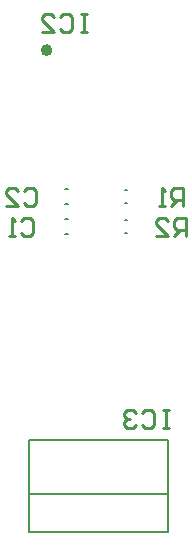
<source format=gbo>
G04*
G04 #@! TF.GenerationSoftware,Altium Limited,CircuitMaker,2.2.1 (2.2.1.6)*
G04*
G04 Layer_Color=13813960*
%FSLAX25Y25*%
%MOIN*%
G70*
G04*
G04 #@! TF.SameCoordinates,1EE0AFE0-1AE0-4E79-8498-EBF67B735B77*
G04*
G04*
G04 #@! TF.FilePolarity,Positive*
G04*
G01*
G75*
%ADD11C,0.01000*%
%ADD33C,0.02000*%
%ADD34C,0.00787*%
%ADD35C,0.00591*%
D11*
X396900Y363098D02*
X394901D01*
X395900D01*
Y357100D01*
X396900D01*
X394901D01*
X387903Y362098D02*
X388903Y363098D01*
X390902D01*
X391902Y362098D01*
Y358100D01*
X390902Y357100D01*
X388903D01*
X387903Y358100D01*
X381905Y357100D02*
X385904D01*
X381905Y361099D01*
Y362098D01*
X382905Y363098D01*
X384904D01*
X385904Y362098D01*
X429998Y289206D02*
Y295204D01*
X426999D01*
X426000Y294204D01*
Y292205D01*
X426999Y291205D01*
X429998D01*
X427999D02*
X426000Y289206D01*
X420002D02*
X424000D01*
X420002Y293204D01*
Y294204D01*
X421001Y295204D01*
X423001D01*
X424000Y294204D01*
X428999Y299206D02*
Y305204D01*
X426000D01*
X425000Y304204D01*
Y302205D01*
X426000Y301205D01*
X428999D01*
X426999D02*
X425000Y299206D01*
X423001D02*
X421001D01*
X422001D01*
Y305204D01*
X423001Y304204D01*
X424200Y231098D02*
X422201D01*
X423200D01*
Y225100D01*
X424200D01*
X422201D01*
X415203Y230098D02*
X416203Y231098D01*
X418202D01*
X419202Y230098D01*
Y226100D01*
X418202Y225100D01*
X416203D01*
X415203Y226100D01*
X413204Y230098D02*
X412204Y231098D01*
X410205D01*
X409205Y230098D01*
Y229099D01*
X410205Y228099D01*
X411204D01*
X410205D01*
X409205Y227099D01*
Y226100D01*
X410205Y225100D01*
X412204D01*
X413204Y226100D01*
X376000Y304204D02*
X376999Y305204D01*
X378999D01*
X379998Y304204D01*
Y300205D01*
X378999Y299206D01*
X376999D01*
X376000Y300205D01*
X370002Y299206D02*
X374000D01*
X370002Y303204D01*
Y304204D01*
X371001Y305204D01*
X373001D01*
X374000Y304204D01*
X375000Y294204D02*
X376000Y295204D01*
X377999D01*
X378999Y294204D01*
Y290205D01*
X377999Y289206D01*
X376000D01*
X375000Y290205D01*
X373001Y289206D02*
X371001D01*
X372001D01*
Y295204D01*
X373001Y294204D01*
D33*
X384500Y351000D02*
G03*
X384500Y351000I-1000J0D01*
G01*
D34*
X409606Y289941D02*
X410394D01*
X409606Y294468D02*
X410394D01*
X409606Y299941D02*
X410394D01*
X409606Y304468D02*
X410394D01*
X377500Y202945D02*
X424000D01*
Y190445D02*
Y220945D01*
X377500D02*
X424000D01*
X377500Y190445D02*
X424000D01*
X377500D02*
Y220945D01*
D35*
X389500Y304705D02*
X390500D01*
X389500Y299705D02*
X390500D01*
X389500Y294705D02*
X390500D01*
X389500Y289705D02*
X390500D01*
M02*

</source>
